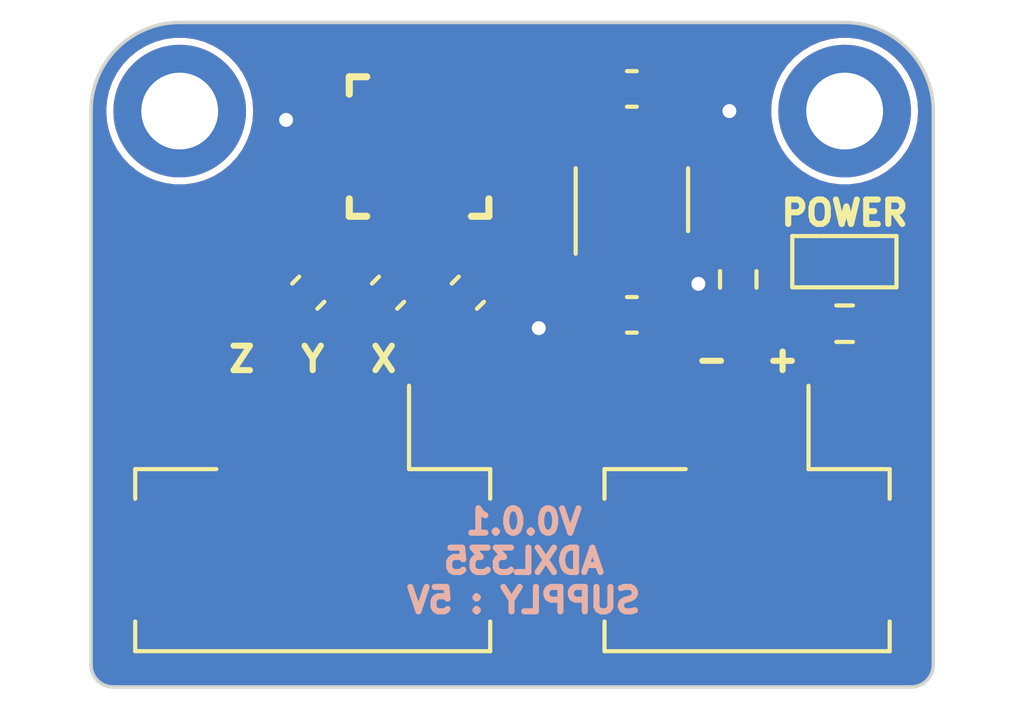
<source format=kicad_pcb>
(kicad_pcb (version 20240108) (generator "pcbnew") (generator_version "8.0")
  (title_block (title "ADXL335") (date "2024-05-05") (rev "0.0.1") (company "Alban Petit"))
  (layers (0 "F.Cu" signal) (31 "B.Cu" signal) (34 "B.Paste" user) (35 "F.Paste" user) (36 "B.SilkS" user "B.Silkscreen") (37 "F.SilkS" user "F.Silkscreen") (38 "B.Mask" user) (39 "F.Mask" user) (44 "Edge.Cuts" user))
  (net 0 "")
  (net 1 "Net-(J2-Pad1)")
  (net 2 "GND")
  (net 3 "Net-(J2-Pad2)")
  (net 4 "Net-(J2-Pad3)")
  (net 5 "+5V")
  (net 6 "+3V3")
  (net 7 "Net-(D1-Pad2)")
  (net 8 "Net-(R2-Pad2)")
  (footprint "MountingHole:MountingHole_2.2mm_M2_DIN965_Pad" (layer "F.Cu") (at 47.229154 28.18438)
    (property "Reference" "H3" (hide yes))
    (property "Value" "MountingHole")
    (pad "1" thru_hole circle (at 0 0) (size 3.8 3.8) (drill 2.2) (layers "*.Cu" "*.Mask"))
  )
  (footprint "Resistor_SMD:R_0603_1608Metric" (layer "F.Cu") (at 44.181154 33.01038 90)
    (property "Reference" "R2" (hide yes))
    (property "Value" "100k")
    (fp_line (start -0.237258 -0.5225) (end 0.237258 -0.5225) (stroke (width 0.12)) (layer "F.SilkS"))
    (fp_line (start -0.237258 0.5225) (end 0.237258 0.5225) (stroke (width 0.12)) (layer "F.SilkS"))
    (pad "1" smd roundrect (at -0.825 0 90) (size 0.8 0.95) (layers "F.Cu" "F.Paste" "F.Mask") (net 5 "+5V"))
    (pad "2" smd roundrect (at 0.825 0 90) (size 0.8 0.95) (layers "F.Cu" "F.Paste" "F.Mask") (net 8 "Net-(R2-Pad2)"))
  )
  (footprint "Package_TO_SOT_SMD:SOT-23-5" (layer "F.Cu") (at 41.133154 30.72438 90)
    (property "Reference" "U2" (hide yes))
    (property "Value" "AP2112K-3.3")
    (fp_line (start 0.9 -1.61) (end -1.55 -1.61) (stroke (width 0.12)) (layer "F.SilkS"))
    (fp_line (start -0.9 1.61) (end 0.9 1.61) (stroke (width 0.12)) (layer "F.SilkS"))
    (pad "1" smd rect (at -1.1 -0.95 90) (size 1.06 0.65) (layers "F.Cu" "F.Paste" "F.Mask") (net 5 "+5V"))
    (pad "2" smd rect (at -1.1 0 90) (size 1.06 0.65) (layers "F.Cu" "F.Paste" "F.Mask") (net 2 "GND"))
    (pad "3" smd rect (at -1.1 0.95 90) (size 1.06 0.65) (layers "F.Cu" "F.Paste" "F.Mask") (net 8 "Net-(R2-Pad2)"))
    (pad "4" smd rect (at 1.1 0.95 90) (size 1.06 0.65) (layers "F.Cu" "F.Paste" "F.Mask"))
    (pad "5" smd rect (at 1.1 -0.95 90) (size 1.06 0.65) (layers "F.Cu" "F.Paste" "F.Mask") (net 6 "+3V3"))
  )
  (footprint "Connector_JST:JST_PH_B2B-PH-SM4-TB_1x02-1MP_P2.00mm_Vertical" (layer "F.Cu") (at 44.434154 39.30938 180)
    (property "Reference" "J1" (hide yes))
    (property "Value" "POWER")
    (fp_line (start 4.085 0.86) (end 1.76 0.86) (stroke (width 0.12)) (layer "F.SilkS"))
    (fp_line (start 4.085 0.01) (end 4.085 0.86) (stroke (width 0.12)) (layer "F.SilkS"))
    (fp_line (start 4.085 -4.36) (end 4.085 -3.51) (stroke (width 0.12)) (layer "F.SilkS"))
    (fp_line (start -1.76 0.86) (end -1.76 3.25) (stroke (width 0.12)) (layer "F.SilkS"))
    (fp_line (start -4.085 0.86) (end -1.76 0.86) (stroke (width 0.12)) (layer "F.SilkS"))
    (fp_line (start -4.085 0.01) (end -4.085 0.86) (stroke (width 0.12)) (layer "F.SilkS"))
    (fp_line (start -4.085 -3.51) (end -4.085 -4.36) (stroke (width 0.12)) (layer "F.SilkS"))
    (fp_line (start -4.085 -4.36) (end 4.085 -4.36) (stroke (width 0.12)) (layer "F.SilkS"))
    (pad "1" smd roundrect (at -1 0.5 180) (size 1 5.5) (layers "F.Cu" "F.Paste" "F.Mask") (net 5 "+5V"))
    (pad "2" smd roundrect (at 1 0.5 180) (size 1 5.5) (layers "F.Cu" "F.Paste" "F.Mask") (net 2 "GND"))
    (pad "MP" smd roundrect (at -3.4 -1.75 180) (size 1.6 3) (layers "F.Cu" "F.Paste" "F.Mask") (roundrect_rratio 0.15625))
    (pad "MP" smd roundrect (at 3.4 -1.75 180) (size 1.6 3) (layers "F.Cu" "F.Paste" "F.Mask") (roundrect_rratio 0.15625))
  )
  (footprint "Connector_JST:JST_PH_B3B-PH-SM4-TB_1x03-1MP_P2.00mm_Vertical" (layer "F.Cu") (at 31.989154 39.30938 180)
    (property "Reference" "J2" (hide yes))
    (property "Value" "MCCDAQ")
    (fp_line (start 5.085 0.86) (end 2.76 0.86) (stroke (width 0.12)) (layer "F.SilkS"))
    (fp_line (start 5.085 0.01) (end 5.085 0.86) (stroke (width 0.12)) (layer "F.SilkS"))
    (fp_line (start 5.085 -4.36) (end 5.085 -3.51) (stroke (width 0.12)) (layer "F.SilkS"))
    (fp_line (start -2.76 0.86) (end -2.76 3.25) (stroke (width 0.12)) (layer "F.SilkS"))
    (fp_line (start -5.085 0.86) (end -2.76 0.86) (stroke (width 0.12)) (layer "F.SilkS"))
    (fp_line (start -5.085 0.01) (end -5.085 0.86) (stroke (width 0.12)) (layer "F.SilkS"))
    (fp_line (start -5.085 -3.51) (end -5.085 -4.36) (stroke (width 0.12)) (layer "F.SilkS"))
    (fp_line (start -5.085 -4.36) (end 5.085 -4.36) (stroke (width 0.12)) (layer "F.SilkS"))
    (pad "1" smd roundrect (at -2 0.5 180) (size 1 5.5) (layers "F.Cu" "F.Paste" "F.Mask") (net 1 "Net-(J2-Pad1)"))
    (pad "2" smd roundrect (at 0 0.5 180) (size 1 5.5) (layers "F.Cu" "F.Paste" "F.Mask") (net 3 "Net-(J2-Pad2)"))
    (pad "3" smd roundrect (at 2 0.5 180) (size 1 5.5) (layers "F.Cu" "F.Paste" "F.Mask") (net 4 "Net-(J2-Pad3)"))
    (pad "MP" smd roundrect (at -4.4 -1.75 180) (size 1.6 3) (layers "F.Cu" "F.Paste" "F.Mask") (roundrect_rratio 0.15625))
    (pad "MP" smd roundrect (at 4.4 -1.75 180) (size 1.6 3) (layers "F.Cu" "F.Paste" "F.Mask") (roundrect_rratio 0.15625))
  )
  (footprint "Capacitor_SMD:C_0603_1608Metric" (layer "F.Cu") (at 36.434154 33.39138 45)
    (property "Reference" "C1" (hide yes))
    (property "Value" "4.7nF")
    (fp_line (start -0.140581 -0.51) (end 0.140581 -0.51) (stroke (width 0.12)) (layer "F.SilkS"))
    (fp_line (start -0.140581 0.51) (end 0.140581 0.51) (stroke (width 0.12)) (layer "F.SilkS"))
    (pad "1" smd roundrect (at -0.775 0 45) (size 0.9 0.95) (layers "F.Cu" "F.Paste" "F.Mask") (net 1 "Net-(J2-Pad1)"))
    (pad "2" smd roundrect (at 0.775 0 45) (size 0.9 0.95) (layers "F.Cu" "F.Paste" "F.Mask") (net 2 "GND"))
  )
  (footprint "Capacitor_SMD:C_0603_1608Metric" (layer "F.Cu") (at 34.148154 33.39138 -135)
    (property "Reference" "C2" (hide yes))
    (property "Value" "4.7nF")
    (fp_line (start -0.140581 0.51) (end 0.140581 0.51) (stroke (width 0.12)) (layer "F.SilkS"))
    (fp_line (start -0.140581 -0.51) (end 0.140581 -0.51) (stroke (width 0.12)) (layer "F.SilkS"))
    (pad "1" smd roundrect (at -0.775 0 225) (size 0.9 0.95) (layers "F.Cu" "F.Paste" "F.Mask") (net 3 "Net-(J2-Pad2)"))
    (pad "2" smd roundrect (at 0.775 0 225) (size 0.9 0.95) (layers "F.Cu" "F.Paste" "F.Mask") (net 2 "GND"))
  )
  (footprint "Capacitor_SMD:C_0603_1608Metric" (layer "F.Cu") (at 41.133154 34.02638)
    (property "Reference" "C4" (hide yes))
    (property "Value" "1uF")
    (fp_line (start -0.14058 -0.51) (end 0.14058 -0.51) (stroke (width 0.12)) (layer "F.SilkS"))
    (fp_line (start -0.14058 0.51) (end 0.14058 0.51) (stroke (width 0.12)) (layer "F.SilkS"))
    (pad "1" smd roundrect (at -0.775 0) (size 0.9 0.95) (layers "F.Cu" "F.Paste" "F.Mask") (net 5 "+5V"))
    (pad "2" smd roundrect (at 0.775 0) (size 0.9 0.95) (layers "F.Cu" "F.Paste" "F.Mask") (net 2 "GND"))
  )
  (footprint "LED_SMD:LED_0603_1608Metric" (layer "F.Cu") (at 47.229154 32.50238 180)
    (property "Reference" "D1" (hide yes))
    (property "Value" "POWER")
    (fp_line (start 0.8 -0.735) (end -1.485 -0.735) (stroke (width 0.12)) (layer "F.SilkS"))
    (fp_line (start -1.485 0.735) (end 0.8 0.735) (stroke (width 0.12)) (layer "F.SilkS"))
    (fp_line (start -1.485 -0.735) (end -1.485 0.735) (stroke (width 0.12)) (layer "F.SilkS"))
    (pad "1" smd roundrect (at -0.7875 0 180) (size 0.875 0.95) (layers "F.Cu" "F.Paste" "F.Mask") (net 2 "GND"))
    (pad "2" smd roundrect (at 0.7875 0 180) (size 0.875 0.95) (layers "F.Cu" "F.Paste" "F.Mask") (net 7 "Net-(D1-Pad2)"))
  )
  (footprint "MountingHole:MountingHole_2.2mm_M2_DIN965_Pad" (layer "F.Cu") (at 28.179154 28.18438)
    (property "Reference" "H4" (hide yes))
    (property "Value" "MountingHole")
    (pad "1" thru_hole circle (at 0 0) (size 3.8 3.8) (drill 2.2) (layers "*.Cu" "*.Mask"))
  )
  (footprint "Capacitor_SMD:C_0603_1608Metric" (layer "F.Cu") (at 31.862154 33.39138 -135)
    (property "Reference" "C3" (hide yes))
    (property "Value" "4.7nF")
    (fp_line (start -0.140581 0.51) (end 0.140581 0.51) (stroke (width 0.12)) (layer "F.SilkS"))
    (fp_line (start -0.140581 -0.51) (end 0.140581 -0.51) (stroke (width 0.12)) (layer "F.SilkS"))
    (pad "1" smd roundrect (at -0.775 0 225) (size 0.9 0.95) (layers "F.Cu" "F.Paste" "F.Mask") (net 4 "Net-(J2-Pad3)"))
    (pad "2" smd roundrect (at 0.775 0 225) (size 0.9 0.95) (layers "F.Cu" "F.Paste" "F.Mask") (net 2 "GND"))
  )
  (footprint "ADXL335:LFCSP-16" (layer "F.Cu") (at 35.037154 29.20038 -90)
    (property "Reference" "U1" (hide yes))
    (property "Value" "ADXL335")
    (fp_line (start -2 2) (end -2 1.5) (stroke (width 0.2032)) (layer "F.SilkS"))
    (fp_line (start -1.5 2) (end -2 2) (stroke (width 0.2032)) (layer "F.SilkS"))
    (fp_line (start 2 2) (end 1.5 2) (stroke (width 0.2032)) (layer "F.SilkS"))
    (fp_line (start 2 1.5) (end 2 2) (stroke (width 0.2032)) (layer "F.SilkS"))
    (fp_line (start 1.5 -2) (end 2 -2) (stroke (width 0.2032)) (layer "F.SilkS"))
    (fp_line (start 2 -2) (end 2 -1.5) (stroke (width 0.2032)) (layer "F.SilkS"))
    (pad "0" smd rect (at 0 0 270) (size 1.75 1.75) (layers "F.Cu" "F.Mask"))
    (pad "1" smd rect (at -1.75 -0.975 270) (size 0.65 0.37) (layers "F.Cu" "F.Paste" "F.Mask"))
    (pad "2" smd rect (at -1.75 -0.325 270) (size 0.65 0.37) (layers "F.Cu" "F.Paste" "F.Mask") (net 2 "GND"))
    (pad "3" smd rect (at -1.75 0.325 270) (size 0.65 0.37) (layers "F.Cu" "F.Paste" "F.Mask") (net 2 "GND"))
    (pad "4" smd rect (at -1.75 0.975 270) (size 0.65 0.37) (layers "F.Cu" "F.Paste" "F.Mask"))
    (pad "5" smd rect (at -0.975 1.75 270) (size 0.37 0.65) (layers "F.Cu" "F.Paste" "F.Mask") (net 2 "GND"))
    (pad "6" smd rect (at -0.325 1.75 270) (size 0.37 0.65) (layers "F.Cu" "F.Paste" "F.Mask") (net 2 "GND"))
    (pad "7" smd rect (at 0.325 1.75 270) (size 0.37 0.65) (layers "F.Cu" "F.Paste" "F.Mask") (net 2 "GND"))
    (pad "8" smd rect (at 0.975 1.75 270) (size 0.37 0.65) (layers "F.Cu" "F.Paste" "F.Mask") (net 4 "Net-(J2-Pad3)"))
    (pad "9" smd rect (at 1.75 0.975 270) (size 0.65 0.37) (layers "F.Cu" "F.Paste" "F.Mask"))
    (pad "10" smd rect (at 1.75 0.325 270) (size 0.65 0.37) (layers "F.Cu" "F.Paste" "F.Mask") (net 3 "Net-(J2-Pad2)"))
    (pad "11" smd rect (at 1.75 -0.325 270) (size 0.65 0.37) (layers "F.Cu" "F.Paste" "F.Mask"))
    (pad "12" smd rect (at 1.75 -0.975 270) (size 0.65 0.37) (layers "F.Cu" "F.Paste" "F.Mask") (net 1 "Net-(J2-Pad1)"))
    (pad "13" smd rect (at 0.975 -1.75 270) (size 0.37 0.65) (layers "F.Cu" "F.Paste" "F.Mask"))
    (pad "14" smd rect (at 0.325 -1.75 270) (size 0.37 0.65) (layers "F.Cu" "F.Paste" "F.Mask") (net 6 "+3V3"))
    (pad "15" smd rect (at -0.325 -1.75 270) (size 0.37 0.65) (layers "F.Cu" "F.Paste" "F.Mask") (net 6 "+3V3"))
    (pad "16" smd rect (at -0.975 -1.75 270) (size 0.37 0.65) (layers "F.Cu" "F.Paste" "F.Mask"))
  )
  (footprint "Resistor_SMD:R_0603_1608Metric" (layer "F.Cu") (at 47.229154 34.28038)
    (property "Reference" "R1" (hide yes))
    (property "Value" "62")
    (fp_line (start -0.237258 -0.5225) (end 0.237258 -0.5225) (stroke (width 0.12)) (layer "F.SilkS"))
    (fp_line (start -0.237258 0.5225) (end 0.237258 0.5225) (stroke (width 0.12)) (layer "F.SilkS"))
    (pad "1" smd roundrect (at -0.825 0) (size 0.8 0.95) (layers "F.Cu" "F.Paste" "F.Mask") (net 6 "+3V3"))
    (pad "2" smd roundrect (at 0.825 0) (size 0.8 0.95) (layers "F.Cu" "F.Paste" "F.Mask") (net 7 "Net-(D1-Pad2)"))
  )
  (footprint "Capacitor_SMD:C_0603_1608Metric" (layer "F.Cu") (at 41.133154 27.54938)
    (property "Reference" "C5" (hide yes))
    (property "Value" "1uF")
    (fp_line (start -0.14058 -0.51) (end 0.14058 -0.51) (stroke (width 0.12)) (layer "F.SilkS"))
    (fp_line (start -0.14058 0.51) (end 0.14058 0.51) (stroke (width 0.12)) (layer "F.SilkS"))
    (pad "1" smd roundrect (at -0.775 0) (size 0.9 0.95) (layers "F.Cu" "F.Paste" "F.Mask") (net 6 "+3V3"))
    (pad "2" smd roundrect (at 0.775 0) (size 0.9 0.95) (layers "F.Cu" "F.Paste" "F.Mask") (net 2 "GND"))
  )
  (gr_line (start 45.729154 33.23738) (end 46.429154 33.23738) (stroke (width 0.12)) (layer "F.SilkS"))
  (gr_line (start 45.729154 31.76738) (end 45.729154 33.23738) (stroke (width 0.12)) (layer "F.SilkS"))
  (gr_line (start 46.429154 31.76738) (end 45.729154 31.76738) (stroke (width 0.12)) (layer "F.SilkS"))
  (gr_arc (start 47.229154 25.64438) (mid 49.025205 26.388329) (end 49.769154 28.18438) (stroke (width 0.1)) (layer "Edge.Cuts"))
  (gr_line (start 25.639154 44.05938) (end 25.639154 28.18438) (stroke (width 0.1)) (layer "Edge.Cuts"))
  (gr_line (start 49.769154 44.05938) (end 49.769154 28.18438) (stroke (width 0.1)) (layer "Edge.Cuts"))
  (gr_arc (start 26.274154 44.69438) (mid 25.825141 44.508393) (end 25.639154 44.05938) (stroke (width 0.1)) (layer "Edge.Cuts"))
  (gr_arc (start 25.639154 28.18438) (mid 26.383103 26.388329) (end 28.179154 25.64438) (stroke (width 0.1)) (layer "Edge.Cuts"))
  (gr_line (start 47.229154 25.64438) (end 28.179154 25.64438) (stroke (width 0.1)) (layer "Edge.Cuts"))
  (gr_arc (start 49.769154 44.05938) (mid 49.583167 44.508393) (end 49.134154 44.69438) (stroke (width 0.1)) (layer "Edge.Cuts"))
  (gr_line (start 26.274154 44.69438) (end 49.134154 44.69438) (stroke (width 0.1)) (layer "Edge.Cuts"))
  (gr_text "V0.0.1\nADXL335\nSUPPLY : 5V" (at 38.035 41.085 0) (layer "B.SilkS") (effects (font (size 0.7 0.7) (thickness 0.175)) (justify mirror)))
  (gr_text "Z" (at 29.957154 35.29638 0) (layer "F.SilkS") (effects (font (size 0.7 0.7) (thickness 0.175))))
  (gr_text "X" (at 34.021154 35.29638 0) (layer "F.SilkS") (effects (font (size 0.7 0.7) (thickness 0.175))))
  (gr_text "-\n" (at 43.419154 35.29638 0) (layer "F.SilkS") (effects (font (size 0.7 0.7) (thickness 0.175))))
  (gr_text "+" (at 45.451154 35.29638 0) (layer "F.SilkS") (effects (font (size 0.7 0.7) (thickness 0.175))))
  (gr_text "Y" (at 31.989154 35.29638 0) (layer "F.SilkS") (effects (font (size 0.7 0.7) (thickness 0.175))))
  (gr_text "POWER" (at 47.229154 31.10538 0) (layer "F.SilkS") (effects (font (size 0.7 0.7) (thickness 0.175))))
  (segment (start 35.3485 33.401742) (end 35.3485 33.321726) (width 0.25) (layer "F.Cu") (net 1))
  (segment (start 36.012154 32.658072) (end 36.012154 30.95038) (width 0.25) (layer "F.Cu") (net 1))
  (segment (start 33.989154 38.80938) (end 33.989154 34.681072) (width 0.25) (layer "F.Cu") (net 1))
  (segment (start 35.886146 33.939388) (end 35.3485 33.401742) (width 0.25) (layer "F.Cu") (net 1))
  (segment (start 35.3485 33.321726) (end 36.012154 32.658072) (width 0.25) (layer "F.Cu") (net 1))
  (segment (start 33.989154 34.681072) (end 35.3485 33.321726) (width 0.25) (layer "F.Cu") (net 1))
  (via (at 31.227154 28.43838) (size 0.8) (drill 0.4) (layers "F.Cu" "B.Cu") (net 2))
  (via (at 43.038154 33.13738) (size 0.8) (drill 0.4) (layers "F.Cu" "B.Cu") (net 2))
  (via (at 38.466154 34.40738) (size 0.8) (drill 0.4) (layers "F.Cu" "B.Cu") (net 2))
  (via (at 43.927154 28.18438) (size 0.8) (drill 0.4) (layers "F.Cu" "B.Cu") (net 2))
  (segment (start 34.090808 32.318034) (end 34.712154 31.696688) (width 0.25) (layer "F.Cu") (net 3))
  (segment (start 34.170824 32.318034) (end 34.090808 32.318034) (width 0.25) (layer "F.Cu") (net 3))
  (segment (start 34.712154 31.696688) (end 34.712154 30.95038) (width 0.25) (layer "F.Cu") (net 3))
  (segment (start 31.989154 38.80938) (end 31.989154 34.419688) (width 0.25) (layer "F.Cu") (net 3))
  (segment (start 31.989154 34.419688) (end 34.090808 32.318034) (width 0.25) (layer "F.Cu") (net 3))
  (segment (start 34.696162 32.843372) (end 34.170824 32.318034) (width 0.25) (layer "F.Cu") (net 3))
  (segment (start 29.989154 38.80938) (end 29.989154 34.133688) (width 0.25) (layer "F.Cu") (net 4))
  (segment (start 31.855608 32.267234) (end 33.287154 30.835688) (width 0.25) (layer "F.Cu") (net 4))
  (segment (start 29.989154 34.133688) (end 30.763408 33.359434) (width 0.25) (layer "F.Cu") (net 4))
  (segment (start 32.410162 32.843372) (end 31.855608 32.288818) (width 0.25) (layer "F.Cu") (net 4))
  (segment (start 30.763408 33.359434) (end 31.855608 32.267234) (width 0.25) (layer "F.Cu") (net 4))
  (segment (start 31.855608 32.288818) (end 31.855608 32.267234) (width 0.25) (layer "F.Cu") (net 4))
  (segment (start 33.287154 30.835688) (end 33.287154 30.17538) (width 0.25) (layer "F.Cu") (net 4))
  (segment (start 44.866954 35.22018) (end 44.155754 35.22018) (width 0.4) (layer "F.Cu") (net 5))
  (segment (start 44.155754 35.22018) (end 40.802954 35.22018) (width 0.4) (layer "F.Cu") (net 5))
  (segment (start 40.183154 31.82438) (end 40.183154 32.82238) (width 0.4) (layer "F.Cu") (net 5))
  (segment (start 40.358154 32.99738) (end 40.358154 34.02638) (width 0.4) (layer "F.Cu") (net 5))
  (segment (start 40.183154 32.82238) (end 40.358154 32.99738) (width 0.4) (layer "F.Cu") (net 5))
  (segment (start 40.358154 34.77538) (end 40.358154 34.02638) (width 0.4) (layer "F.Cu") (net 5))
  (segment (start 40.802954 35.22018) (end 40.358154 34.77538) (width 0.4) (layer "F.Cu") (net 5))
  (segment (start 45.434154 35.78738) (end 44.866954 35.22018) (width 0.4) (layer "F.Cu") (net 5))
  (segment (start 44.181154 35.19478) (end 44.155754 35.22018) (width 0.4) (layer "F.Cu") (net 5))
  (segment (start 45.434154 38.80938) (end 45.434154 35.78738) (width 0.4) (layer "F.Cu") (net 5))
  (segment (start 44.181154 33.83538) (end 44.181154 35.19478) (width 0.4) (layer "F.Cu") (net 5))
  (segment (start 45.324154 33.89938) (end 45.324154 31.35938) (width 0.25) (layer "F.Cu") (net 6))
  (segment (start 45.324154 31.35938) (end 44.689154 30.72438) (width 0.25) (layer "F.Cu") (net 6))
  (segment (start 40.183154 30.53638) (end 40.183154 29.62438) (width 0.25) (layer "F.Cu") (net 6))
  (segment (start 40.371154 30.72438) (end 40.183154 30.53638) (width 0.25) (layer "F.Cu") (net 6))
  (segment (start 45.705154 34.28038) (end 45.324154 33.89938) (width 0.25) (layer "F.Cu") (net 6))
  (segment (start 46.404154 34.28038) (end 45.705154 34.28038) (width 0.25) (layer "F.Cu") (net 6))
  (segment (start 44.689154 30.72438) (end 40.371154 30.72438) (width 0.25) (layer "F.Cu") (net 6))
  (segment (start 48.054154 33.70838) (end 48.054154 34.28038) (width 0.25) (layer "F.Cu") (net 7))
  (segment (start 47.737154 33.39138) (end 48.054154 33.70838) (width 0.25) (layer "F.Cu") (net 7))
  (segment (start 46.721154 33.39138) (end 47.737154 33.39138) (width 0.25) (layer "F.Cu") (net 7))
  (segment (start 46.441654 33.11188) (end 46.721154 33.39138) (width 0.25) (layer "F.Cu") (net 7))
  (segment (start 46.441654 32.50238) (end 46.441654 33.11188) (width 0.25) (layer "F.Cu") (net 7))
  (segment (start 44.181154 32.18538) (end 43.356154 32.18538) (width 0.25) (layer "F.Cu") (net 8))
  (segment (start 43.356154 32.18538) (end 42.995154 31.82438) (width 0.25) (layer "F.Cu") (net 8))
  (segment (start 42.995154 31.82438) (end 42.083154 31.82438) (width 0.25) (layer "F.Cu") (net 8))
  (zone (net 2) (net_name "GND") (layer "F.Cu") (connect_pads (clearance 0.127)) (min_thickness 0.254) (fill yes (thermal_gap 0.254) (thermal_bridge_width 0.254))
    (polygon (pts (xy 50.404154 45.32938) (xy 25.004154 45.32938) (xy 25.004154 25.00938) (xy 50.404154 25.00938)))
  )
  (zone (net 6) (net_name "+3V3") (layer "F.Cu") (priority 1) (connect_pads yes (clearance 0.127)) (min_thickness 0.254) (fill yes (mode hatch) (thermal_gap 0.254) (thermal_bridge_width 0.254) (hatch_thickness 1.016) (hatch_gap 1.524) (hatch_orientation 0) (hatch_border_algorithm hatch_thickness) (hatch_min_hole_area 0.3))
    (polygon (pts (xy 37.831154 26.91438) (xy 39.832674 26.91438) (xy 40.879154 26.912202) (xy 40.879135 30.468202) (xy 38.085154 30.47038) (xy 37.323154 29.96238) (xy 36.307154 29.96238) (xy 36.307154 27.93038) (xy 37.323154 27.93038)))
  )
  (zone (net 2) (net_name "GND") (layer "B.Cu") (connect_pads (clearance 0.127)) (min_thickness 0.254) (fill yes (thermal_gap 0.254) (thermal_bridge_width 0.254))
    (polygon (pts (xy 50.4 45.32) (xy 25 45.32) (xy 25 25) (xy 50.4 25)))
  )
)
</source>
